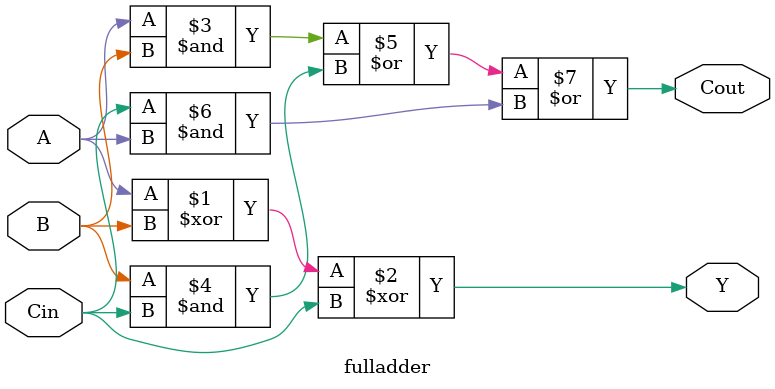
<source format=v>
module fulladder(
    input A,B,Cin,
    output Y, Cout
);
    
    assign Y = A^B^Cin;
    assign Cout = A&B | B&Cin | Cin&A;
    
    
endmodule
</source>
